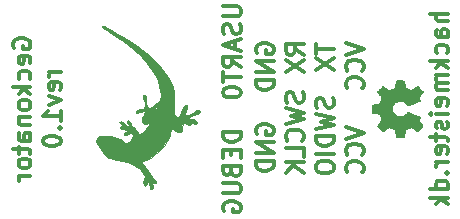
<source format=gbo>
G04 #@! TF.FileFunction,Legend,Bot*
%FSLAX46Y46*%
G04 Gerber Fmt 4.6, Leading zero omitted, Abs format (unit mm)*
G04 Created by KiCad (PCBNEW (2016-05-05 BZR 6775)-product) date Monday, 13 February 2017 'pmt' 19:42:56*
%MOMM*%
%LPD*%
G01*
G04 APERTURE LIST*
%ADD10C,0.100000*%
%ADD11C,0.300000*%
%ADD12C,0.010000*%
G04 APERTURE END LIST*
D10*
D11*
X113350571Y-71464285D02*
X111850571Y-71464285D01*
X113350571Y-72107142D02*
X112564857Y-72107142D01*
X112422000Y-72035714D01*
X112350571Y-71892857D01*
X112350571Y-71678571D01*
X112422000Y-71535714D01*
X112493428Y-71464285D01*
X113350571Y-73464285D02*
X112564857Y-73464285D01*
X112422000Y-73392857D01*
X112350571Y-73250000D01*
X112350571Y-72964285D01*
X112422000Y-72821428D01*
X113279142Y-73464285D02*
X113350571Y-73321428D01*
X113350571Y-72964285D01*
X113279142Y-72821428D01*
X113136285Y-72750000D01*
X112993428Y-72750000D01*
X112850571Y-72821428D01*
X112779142Y-72964285D01*
X112779142Y-73321428D01*
X112707714Y-73464285D01*
X113279142Y-74821428D02*
X113350571Y-74678571D01*
X113350571Y-74392857D01*
X113279142Y-74250000D01*
X113207714Y-74178571D01*
X113064857Y-74107142D01*
X112636285Y-74107142D01*
X112493428Y-74178571D01*
X112422000Y-74250000D01*
X112350571Y-74392857D01*
X112350571Y-74678571D01*
X112422000Y-74821428D01*
X113350571Y-75464285D02*
X111850571Y-75464285D01*
X112779142Y-75607142D02*
X113350571Y-76035714D01*
X112350571Y-76035714D02*
X112922000Y-75464285D01*
X113350571Y-76678571D02*
X112350571Y-76678571D01*
X112493428Y-76678571D02*
X112422000Y-76750000D01*
X112350571Y-76892857D01*
X112350571Y-77107142D01*
X112422000Y-77250000D01*
X112564857Y-77321428D01*
X113350571Y-77321428D01*
X112564857Y-77321428D02*
X112422000Y-77392857D01*
X112350571Y-77535714D01*
X112350571Y-77750000D01*
X112422000Y-77892857D01*
X112564857Y-77964285D01*
X113350571Y-77964285D01*
X113279142Y-79250000D02*
X113350571Y-79107142D01*
X113350571Y-78821428D01*
X113279142Y-78678571D01*
X113136285Y-78607142D01*
X112564857Y-78607142D01*
X112422000Y-78678571D01*
X112350571Y-78821428D01*
X112350571Y-79107142D01*
X112422000Y-79250000D01*
X112564857Y-79321428D01*
X112707714Y-79321428D01*
X112850571Y-78607142D01*
X113350571Y-79964285D02*
X112350571Y-79964285D01*
X111850571Y-79964285D02*
X111922000Y-79892857D01*
X111993428Y-79964285D01*
X111922000Y-80035714D01*
X111850571Y-79964285D01*
X111993428Y-79964285D01*
X113279142Y-80607142D02*
X113350571Y-80749999D01*
X113350571Y-81035714D01*
X113279142Y-81178571D01*
X113136285Y-81250000D01*
X113064857Y-81250000D01*
X112922000Y-81178571D01*
X112850571Y-81035714D01*
X112850571Y-80821428D01*
X112779142Y-80678571D01*
X112636285Y-80607142D01*
X112564857Y-80607142D01*
X112422000Y-80678571D01*
X112350571Y-80821428D01*
X112350571Y-81035714D01*
X112422000Y-81178571D01*
X112350571Y-81678571D02*
X112350571Y-82250000D01*
X111850571Y-81892857D02*
X113136285Y-81892857D01*
X113279142Y-81964285D01*
X113350571Y-82107142D01*
X113350571Y-82250000D01*
X113279142Y-83321428D02*
X113350571Y-83178571D01*
X113350571Y-82892857D01*
X113279142Y-82750000D01*
X113136285Y-82678571D01*
X112564857Y-82678571D01*
X112422000Y-82750000D01*
X112350571Y-82892857D01*
X112350571Y-83178571D01*
X112422000Y-83321428D01*
X112564857Y-83392857D01*
X112707714Y-83392857D01*
X112850571Y-82678571D01*
X113350571Y-84035714D02*
X112350571Y-84035714D01*
X112636285Y-84035714D02*
X112493428Y-84107142D01*
X112422000Y-84178571D01*
X112350571Y-84321428D01*
X112350571Y-84464285D01*
X113207714Y-84964285D02*
X113279142Y-85035714D01*
X113350571Y-84964285D01*
X113279142Y-84892857D01*
X113207714Y-84964285D01*
X113350571Y-84964285D01*
X113350571Y-86321428D02*
X111850571Y-86321428D01*
X113279142Y-86321428D02*
X113350571Y-86178571D01*
X113350571Y-85892857D01*
X113279142Y-85749999D01*
X113207714Y-85678571D01*
X113064857Y-85607142D01*
X112636285Y-85607142D01*
X112493428Y-85678571D01*
X112422000Y-85749999D01*
X112350571Y-85892857D01*
X112350571Y-86178571D01*
X112422000Y-86321428D01*
X113350571Y-87035714D02*
X111850571Y-87035714D01*
X112779142Y-87178571D02*
X113350571Y-87607142D01*
X112350571Y-87607142D02*
X112922000Y-87035714D01*
X76611000Y-74392857D02*
X76539571Y-74250000D01*
X76539571Y-74035714D01*
X76611000Y-73821428D01*
X76753857Y-73678571D01*
X76896714Y-73607142D01*
X77182428Y-73535714D01*
X77396714Y-73535714D01*
X77682428Y-73607142D01*
X77825285Y-73678571D01*
X77968142Y-73821428D01*
X78039571Y-74035714D01*
X78039571Y-74178571D01*
X77968142Y-74392857D01*
X77896714Y-74464285D01*
X77396714Y-74464285D01*
X77396714Y-74178571D01*
X77968142Y-75678571D02*
X78039571Y-75535714D01*
X78039571Y-75250000D01*
X77968142Y-75107142D01*
X77825285Y-75035714D01*
X77253857Y-75035714D01*
X77111000Y-75107142D01*
X77039571Y-75250000D01*
X77039571Y-75535714D01*
X77111000Y-75678571D01*
X77253857Y-75750000D01*
X77396714Y-75750000D01*
X77539571Y-75035714D01*
X77968142Y-77035714D02*
X78039571Y-76892857D01*
X78039571Y-76607142D01*
X77968142Y-76464285D01*
X77896714Y-76392857D01*
X77753857Y-76321428D01*
X77325285Y-76321428D01*
X77182428Y-76392857D01*
X77111000Y-76464285D01*
X77039571Y-76607142D01*
X77039571Y-76892857D01*
X77111000Y-77035714D01*
X78039571Y-77678571D02*
X76539571Y-77678571D01*
X77468142Y-77821428D02*
X78039571Y-78250000D01*
X77039571Y-78250000D02*
X77611000Y-77678571D01*
X78039571Y-79107142D02*
X77968142Y-78964285D01*
X77896714Y-78892857D01*
X77753857Y-78821428D01*
X77325285Y-78821428D01*
X77182428Y-78892857D01*
X77111000Y-78964285D01*
X77039571Y-79107142D01*
X77039571Y-79321428D01*
X77111000Y-79464285D01*
X77182428Y-79535714D01*
X77325285Y-79607142D01*
X77753857Y-79607142D01*
X77896714Y-79535714D01*
X77968142Y-79464285D01*
X78039571Y-79321428D01*
X78039571Y-79107142D01*
X77039571Y-80250000D02*
X78039571Y-80250000D01*
X77182428Y-80250000D02*
X77111000Y-80321428D01*
X77039571Y-80464285D01*
X77039571Y-80678571D01*
X77111000Y-80821428D01*
X77253857Y-80892857D01*
X78039571Y-80892857D01*
X78039571Y-82250000D02*
X77253857Y-82250000D01*
X77111000Y-82178571D01*
X77039571Y-82035714D01*
X77039571Y-81750000D01*
X77111000Y-81607142D01*
X77968142Y-82250000D02*
X78039571Y-82107142D01*
X78039571Y-81750000D01*
X77968142Y-81607142D01*
X77825285Y-81535714D01*
X77682428Y-81535714D01*
X77539571Y-81607142D01*
X77468142Y-81750000D01*
X77468142Y-82107142D01*
X77396714Y-82250000D01*
X77039571Y-82750000D02*
X77039571Y-83321428D01*
X76539571Y-82964285D02*
X77825285Y-82964285D01*
X77968142Y-83035714D01*
X78039571Y-83178571D01*
X78039571Y-83321428D01*
X78039571Y-84035714D02*
X77968142Y-83892857D01*
X77896714Y-83821428D01*
X77753857Y-83750000D01*
X77325285Y-83750000D01*
X77182428Y-83821428D01*
X77111000Y-83892857D01*
X77039571Y-84035714D01*
X77039571Y-84250000D01*
X77111000Y-84392857D01*
X77182428Y-84464285D01*
X77325285Y-84535714D01*
X77753857Y-84535714D01*
X77896714Y-84464285D01*
X77968142Y-84392857D01*
X78039571Y-84250000D01*
X78039571Y-84035714D01*
X78039571Y-85178571D02*
X77039571Y-85178571D01*
X77325285Y-85178571D02*
X77182428Y-85250000D01*
X77111000Y-85321428D01*
X77039571Y-85464285D01*
X77039571Y-85607142D01*
X80589571Y-76392857D02*
X79589571Y-76392857D01*
X79875285Y-76392857D02*
X79732428Y-76464285D01*
X79661000Y-76535714D01*
X79589571Y-76678571D01*
X79589571Y-76821428D01*
X80518142Y-77892857D02*
X80589571Y-77750000D01*
X80589571Y-77464285D01*
X80518142Y-77321428D01*
X80375285Y-77250000D01*
X79803857Y-77250000D01*
X79661000Y-77321428D01*
X79589571Y-77464285D01*
X79589571Y-77750000D01*
X79661000Y-77892857D01*
X79803857Y-77964285D01*
X79946714Y-77964285D01*
X80089571Y-77250000D01*
X79589571Y-78464285D02*
X80589571Y-78821428D01*
X79589571Y-79178571D01*
X80589571Y-80535714D02*
X80589571Y-79678571D01*
X80589571Y-80107142D02*
X79089571Y-80107142D01*
X79303857Y-79964285D01*
X79446714Y-79821428D01*
X79518142Y-79678571D01*
X80446714Y-81178571D02*
X80518142Y-81250000D01*
X80589571Y-81178571D01*
X80518142Y-81107142D01*
X80446714Y-81178571D01*
X80589571Y-81178571D01*
X79089571Y-82178571D02*
X79089571Y-82321428D01*
X79161000Y-82464285D01*
X79232428Y-82535714D01*
X79375285Y-82607142D01*
X79661000Y-82678571D01*
X80018142Y-82678571D01*
X80303857Y-82607142D01*
X80446714Y-82535714D01*
X80518142Y-82464285D01*
X80589571Y-82321428D01*
X80589571Y-82178571D01*
X80518142Y-82035714D01*
X80446714Y-81964285D01*
X80303857Y-81892857D01*
X80018142Y-81821428D01*
X79661000Y-81821428D01*
X79375285Y-81892857D01*
X79232428Y-81964285D01*
X79161000Y-82035714D01*
X79089571Y-82178571D01*
X94324571Y-70852571D02*
X95538857Y-70852571D01*
X95681714Y-70924000D01*
X95753142Y-70995428D01*
X95824571Y-71138285D01*
X95824571Y-71424000D01*
X95753142Y-71566857D01*
X95681714Y-71638285D01*
X95538857Y-71709714D01*
X94324571Y-71709714D01*
X95753142Y-72352571D02*
X95824571Y-72566857D01*
X95824571Y-72924000D01*
X95753142Y-73066857D01*
X95681714Y-73138285D01*
X95538857Y-73209714D01*
X95396000Y-73209714D01*
X95253142Y-73138285D01*
X95181714Y-73066857D01*
X95110285Y-72924000D01*
X95038857Y-72638285D01*
X94967428Y-72495428D01*
X94896000Y-72424000D01*
X94753142Y-72352571D01*
X94610285Y-72352571D01*
X94467428Y-72424000D01*
X94396000Y-72495428D01*
X94324571Y-72638285D01*
X94324571Y-72995428D01*
X94396000Y-73209714D01*
X95396000Y-73781142D02*
X95396000Y-74495428D01*
X95824571Y-73638285D02*
X94324571Y-74138285D01*
X95824571Y-74638285D01*
X95824571Y-75995428D02*
X95110285Y-75495428D01*
X95824571Y-75138285D02*
X94324571Y-75138285D01*
X94324571Y-75709714D01*
X94396000Y-75852571D01*
X94467428Y-75924000D01*
X94610285Y-75995428D01*
X94824571Y-75995428D01*
X94967428Y-75924000D01*
X95038857Y-75852571D01*
X95110285Y-75709714D01*
X95110285Y-75138285D01*
X94324571Y-76424000D02*
X94324571Y-77281142D01*
X95824571Y-76852571D02*
X94324571Y-76852571D01*
X94324571Y-78066857D02*
X94324571Y-78209714D01*
X94396000Y-78352571D01*
X94467428Y-78424000D01*
X94610285Y-78495428D01*
X94896000Y-78566857D01*
X95253142Y-78566857D01*
X95538857Y-78495428D01*
X95681714Y-78424000D01*
X95753142Y-78352571D01*
X95824571Y-78209714D01*
X95824571Y-78066857D01*
X95753142Y-77924000D01*
X95681714Y-77852571D01*
X95538857Y-77781142D01*
X95253142Y-77709714D01*
X94896000Y-77709714D01*
X94610285Y-77781142D01*
X94467428Y-77852571D01*
X94396000Y-77924000D01*
X94324571Y-78066857D01*
X95824571Y-81476857D02*
X94324571Y-81476857D01*
X94324571Y-81834000D01*
X94396000Y-82048285D01*
X94538857Y-82191142D01*
X94681714Y-82262571D01*
X94967428Y-82334000D01*
X95181714Y-82334000D01*
X95467428Y-82262571D01*
X95610285Y-82191142D01*
X95753142Y-82048285D01*
X95824571Y-81834000D01*
X95824571Y-81476857D01*
X95038857Y-82976857D02*
X95038857Y-83476857D01*
X95824571Y-83691142D02*
X95824571Y-82976857D01*
X94324571Y-82976857D01*
X94324571Y-83691142D01*
X95038857Y-84834000D02*
X95110285Y-85048285D01*
X95181714Y-85119714D01*
X95324571Y-85191142D01*
X95538857Y-85191142D01*
X95681714Y-85119714D01*
X95753142Y-85048285D01*
X95824571Y-84905428D01*
X95824571Y-84334000D01*
X94324571Y-84334000D01*
X94324571Y-84834000D01*
X94396000Y-84976857D01*
X94467428Y-85048285D01*
X94610285Y-85119714D01*
X94753142Y-85119714D01*
X94896000Y-85048285D01*
X94967428Y-84976857D01*
X95038857Y-84834000D01*
X95038857Y-84334000D01*
X94324571Y-85834000D02*
X95538857Y-85834000D01*
X95681714Y-85905428D01*
X95753142Y-85976857D01*
X95824571Y-86119714D01*
X95824571Y-86405428D01*
X95753142Y-86548285D01*
X95681714Y-86619714D01*
X95538857Y-86691142D01*
X94324571Y-86691142D01*
X94396000Y-88191142D02*
X94324571Y-88048285D01*
X94324571Y-87834000D01*
X94396000Y-87619714D01*
X94538857Y-87476857D01*
X94681714Y-87405428D01*
X94967428Y-87334000D01*
X95181714Y-87334000D01*
X95467428Y-87405428D01*
X95610285Y-87476857D01*
X95753142Y-87619714D01*
X95824571Y-87834000D01*
X95824571Y-87976857D01*
X95753142Y-88191142D01*
X95681714Y-88262571D01*
X95181714Y-88262571D01*
X95181714Y-87976857D01*
X101158571Y-74932000D02*
X100444285Y-74432000D01*
X101158571Y-74074857D02*
X99658571Y-74074857D01*
X99658571Y-74646285D01*
X99730000Y-74789142D01*
X99801428Y-74860571D01*
X99944285Y-74932000D01*
X100158571Y-74932000D01*
X100301428Y-74860571D01*
X100372857Y-74789142D01*
X100444285Y-74646285D01*
X100444285Y-74074857D01*
X99658571Y-75432000D02*
X101158571Y-76432000D01*
X99658571Y-76432000D02*
X101158571Y-75432000D01*
X102198571Y-74039142D02*
X102198571Y-74896285D01*
X103698571Y-74467714D02*
X102198571Y-74467714D01*
X102198571Y-75253428D02*
X103698571Y-76253428D01*
X102198571Y-76253428D02*
X103698571Y-75253428D01*
X101087142Y-78139142D02*
X101158571Y-78353428D01*
X101158571Y-78710571D01*
X101087142Y-78853428D01*
X101015714Y-78924857D01*
X100872857Y-78996285D01*
X100730000Y-78996285D01*
X100587142Y-78924857D01*
X100515714Y-78853428D01*
X100444285Y-78710571D01*
X100372857Y-78424857D01*
X100301428Y-78282000D01*
X100230000Y-78210571D01*
X100087142Y-78139142D01*
X99944285Y-78139142D01*
X99801428Y-78210571D01*
X99730000Y-78282000D01*
X99658571Y-78424857D01*
X99658571Y-78782000D01*
X99730000Y-78996285D01*
X99658571Y-79496285D02*
X101158571Y-79853428D01*
X100087142Y-80139142D01*
X101158571Y-80424857D01*
X99658571Y-80782000D01*
X101015714Y-82210571D02*
X101087142Y-82139142D01*
X101158571Y-81924857D01*
X101158571Y-81782000D01*
X101087142Y-81567714D01*
X100944285Y-81424857D01*
X100801428Y-81353428D01*
X100515714Y-81282000D01*
X100301428Y-81282000D01*
X100015714Y-81353428D01*
X99872857Y-81424857D01*
X99730000Y-81567714D01*
X99658571Y-81782000D01*
X99658571Y-81924857D01*
X99730000Y-82139142D01*
X99801428Y-82210571D01*
X101158571Y-83567714D02*
X101158571Y-82853428D01*
X99658571Y-82853428D01*
X101158571Y-84067714D02*
X99658571Y-84067714D01*
X101158571Y-84924857D02*
X100301428Y-84282000D01*
X99658571Y-84924857D02*
X100515714Y-84067714D01*
X103627142Y-78607428D02*
X103698571Y-78821714D01*
X103698571Y-79178857D01*
X103627142Y-79321714D01*
X103555714Y-79393142D01*
X103412857Y-79464571D01*
X103270000Y-79464571D01*
X103127142Y-79393142D01*
X103055714Y-79321714D01*
X102984285Y-79178857D01*
X102912857Y-78893142D01*
X102841428Y-78750285D01*
X102770000Y-78678857D01*
X102627142Y-78607428D01*
X102484285Y-78607428D01*
X102341428Y-78678857D01*
X102270000Y-78750285D01*
X102198571Y-78893142D01*
X102198571Y-79250285D01*
X102270000Y-79464571D01*
X102198571Y-79964571D02*
X103698571Y-80321714D01*
X102627142Y-80607428D01*
X103698571Y-80893142D01*
X102198571Y-81250285D01*
X103698571Y-81821714D02*
X102198571Y-81821714D01*
X102198571Y-82178857D01*
X102270000Y-82393142D01*
X102412857Y-82536000D01*
X102555714Y-82607428D01*
X102841428Y-82678857D01*
X103055714Y-82678857D01*
X103341428Y-82607428D01*
X103484285Y-82536000D01*
X103627142Y-82393142D01*
X103698571Y-82178857D01*
X103698571Y-81821714D01*
X103698571Y-83321714D02*
X102198571Y-83321714D01*
X102198571Y-84321714D02*
X102198571Y-84607428D01*
X102270000Y-84750285D01*
X102412857Y-84893142D01*
X102698571Y-84964571D01*
X103198571Y-84964571D01*
X103484285Y-84893142D01*
X103627142Y-84750285D01*
X103698571Y-84607428D01*
X103698571Y-84321714D01*
X103627142Y-84178857D01*
X103484285Y-84036000D01*
X103198571Y-83964571D01*
X102698571Y-83964571D01*
X102412857Y-84036000D01*
X102270000Y-84178857D01*
X102198571Y-84321714D01*
X104738571Y-73944000D02*
X106238571Y-74444000D01*
X104738571Y-74944000D01*
X106095714Y-76301142D02*
X106167142Y-76229714D01*
X106238571Y-76015428D01*
X106238571Y-75872571D01*
X106167142Y-75658285D01*
X106024285Y-75515428D01*
X105881428Y-75444000D01*
X105595714Y-75372571D01*
X105381428Y-75372571D01*
X105095714Y-75444000D01*
X104952857Y-75515428D01*
X104810000Y-75658285D01*
X104738571Y-75872571D01*
X104738571Y-76015428D01*
X104810000Y-76229714D01*
X104881428Y-76301142D01*
X106095714Y-77801142D02*
X106167142Y-77729714D01*
X106238571Y-77515428D01*
X106238571Y-77372571D01*
X106167142Y-77158285D01*
X106024285Y-77015428D01*
X105881428Y-76944000D01*
X105595714Y-76872571D01*
X105381428Y-76872571D01*
X105095714Y-76944000D01*
X104952857Y-77015428D01*
X104810000Y-77158285D01*
X104738571Y-77372571D01*
X104738571Y-77515428D01*
X104810000Y-77729714D01*
X104881428Y-77801142D01*
X97190000Y-74801142D02*
X97118571Y-74658285D01*
X97118571Y-74444000D01*
X97190000Y-74229714D01*
X97332857Y-74086857D01*
X97475714Y-74015428D01*
X97761428Y-73944000D01*
X97975714Y-73944000D01*
X98261428Y-74015428D01*
X98404285Y-74086857D01*
X98547142Y-74229714D01*
X98618571Y-74444000D01*
X98618571Y-74586857D01*
X98547142Y-74801142D01*
X98475714Y-74872571D01*
X97975714Y-74872571D01*
X97975714Y-74586857D01*
X98618571Y-75515428D02*
X97118571Y-75515428D01*
X98618571Y-76372571D01*
X97118571Y-76372571D01*
X98618571Y-77086857D02*
X97118571Y-77086857D01*
X97118571Y-77444000D01*
X97190000Y-77658285D01*
X97332857Y-77801142D01*
X97475714Y-77872571D01*
X97761428Y-77944000D01*
X97975714Y-77944000D01*
X98261428Y-77872571D01*
X98404285Y-77801142D01*
X98547142Y-77658285D01*
X98618571Y-77444000D01*
X98618571Y-77086857D01*
X104738571Y-81056000D02*
X106238571Y-81556000D01*
X104738571Y-82056000D01*
X106095714Y-83413142D02*
X106167142Y-83341714D01*
X106238571Y-83127428D01*
X106238571Y-82984571D01*
X106167142Y-82770285D01*
X106024285Y-82627428D01*
X105881428Y-82556000D01*
X105595714Y-82484571D01*
X105381428Y-82484571D01*
X105095714Y-82556000D01*
X104952857Y-82627428D01*
X104810000Y-82770285D01*
X104738571Y-82984571D01*
X104738571Y-83127428D01*
X104810000Y-83341714D01*
X104881428Y-83413142D01*
X106095714Y-84913142D02*
X106167142Y-84841714D01*
X106238571Y-84627428D01*
X106238571Y-84484571D01*
X106167142Y-84270285D01*
X106024285Y-84127428D01*
X105881428Y-84056000D01*
X105595714Y-83984571D01*
X105381428Y-83984571D01*
X105095714Y-84056000D01*
X104952857Y-84127428D01*
X104810000Y-84270285D01*
X104738571Y-84484571D01*
X104738571Y-84627428D01*
X104810000Y-84841714D01*
X104881428Y-84913142D01*
X97190000Y-81659142D02*
X97118571Y-81516285D01*
X97118571Y-81302000D01*
X97190000Y-81087714D01*
X97332857Y-80944857D01*
X97475714Y-80873428D01*
X97761428Y-80802000D01*
X97975714Y-80802000D01*
X98261428Y-80873428D01*
X98404285Y-80944857D01*
X98547142Y-81087714D01*
X98618571Y-81302000D01*
X98618571Y-81444857D01*
X98547142Y-81659142D01*
X98475714Y-81730571D01*
X97975714Y-81730571D01*
X97975714Y-81444857D01*
X98618571Y-82373428D02*
X97118571Y-82373428D01*
X98618571Y-83230571D01*
X97118571Y-83230571D01*
X98618571Y-83944857D02*
X97118571Y-83944857D01*
X97118571Y-84302000D01*
X97190000Y-84516285D01*
X97332857Y-84659142D01*
X97475714Y-84730571D01*
X97761428Y-84802000D01*
X97975714Y-84802000D01*
X98261428Y-84730571D01*
X98404285Y-84659142D01*
X98547142Y-84516285D01*
X98618571Y-84302000D01*
X98618571Y-83944857D01*
D12*
G36*
X83630293Y-82360694D02*
X83740746Y-82584505D01*
X83900218Y-82842278D01*
X84088566Y-83105847D01*
X84285651Y-83347042D01*
X84471329Y-83537693D01*
X84625460Y-83649633D01*
X84626616Y-83650185D01*
X84796020Y-83709658D01*
X85039388Y-83770273D01*
X85304470Y-83819043D01*
X85308243Y-83819603D01*
X85904014Y-83943308D01*
X86446663Y-84126214D01*
X86920065Y-84359654D01*
X87308092Y-84634959D01*
X87594618Y-84943460D01*
X87691220Y-85100512D01*
X87751993Y-85238762D01*
X87745464Y-85326174D01*
X87691395Y-85398156D01*
X87632643Y-85522960D01*
X87608743Y-85696237D01*
X87619043Y-85869530D01*
X87662894Y-85994384D01*
X87699805Y-86024445D01*
X87777359Y-85991236D01*
X87877959Y-85876746D01*
X87914052Y-85820557D01*
X88003707Y-85686697D01*
X88068578Y-85622243D01*
X88081725Y-85622558D01*
X88100219Y-85700243D01*
X88108570Y-85857197D01*
X88108229Y-85927396D01*
X88125439Y-86180245D01*
X88188442Y-86319900D01*
X88295724Y-86343334D01*
X88313341Y-86337495D01*
X88399679Y-86245939D01*
X88394109Y-86085304D01*
X88319750Y-85913500D01*
X88249789Y-85735943D01*
X88226987Y-85596000D01*
X88230147Y-85500675D01*
X88255533Y-85498336D01*
X88321702Y-85596120D01*
X88350804Y-85643625D01*
X88456032Y-85777967D01*
X88555964Y-85847386D01*
X88572816Y-85850000D01*
X88655409Y-85808021D01*
X88660161Y-85703506D01*
X88593889Y-85568585D01*
X88489213Y-85456009D01*
X88365760Y-85320588D01*
X88221279Y-85116724D01*
X88099295Y-84910481D01*
X87943930Y-84660013D01*
X87756258Y-84414248D01*
X87613750Y-84262366D01*
X87480352Y-84129310D01*
X87409136Y-84037396D01*
X87411656Y-84008500D01*
X87558607Y-83972828D01*
X87778853Y-83876592D01*
X88044489Y-83735961D01*
X88327612Y-83567104D01*
X88600318Y-83386190D01*
X88834702Y-83209389D01*
X88923606Y-83132387D01*
X89332188Y-82697404D01*
X89628945Y-82240335D01*
X89829032Y-81736742D01*
X89860521Y-81621475D01*
X89973850Y-81175215D01*
X90219866Y-81353607D01*
X90456926Y-81488597D01*
X90655129Y-81528043D01*
X90797131Y-81469044D01*
X90811648Y-81452625D01*
X90858481Y-81342866D01*
X90899456Y-81164849D01*
X90908965Y-81100884D01*
X90957106Y-80853781D01*
X91029237Y-80724657D01*
X91134670Y-80705344D01*
X91273712Y-80780937D01*
X91435229Y-80866161D01*
X91560545Y-80873155D01*
X91628219Y-80835100D01*
X91622822Y-80772713D01*
X91557970Y-80665410D01*
X91448681Y-80498615D01*
X91668209Y-80666057D01*
X91881626Y-80797337D01*
X92039074Y-80825917D01*
X92133211Y-80750683D01*
X92138847Y-80737441D01*
X92133474Y-80603016D01*
X92013288Y-80495690D01*
X91789157Y-80424278D01*
X91743557Y-80416652D01*
X91575247Y-80379894D01*
X91475122Y-80335782D01*
X91463000Y-80317356D01*
X91515550Y-80243006D01*
X91644053Y-80151106D01*
X91804787Y-80066613D01*
X91954031Y-80014487D01*
X92004495Y-80008237D01*
X92140200Y-79976065D01*
X92285677Y-79900035D01*
X92391458Y-79810248D01*
X92415500Y-79758174D01*
X92372310Y-79677979D01*
X92324811Y-79630785D01*
X92203153Y-79603806D01*
X92036369Y-79653678D01*
X91865480Y-79763938D01*
X91780500Y-79849250D01*
X91627622Y-79982975D01*
X91455552Y-80061197D01*
X91292669Y-80083219D01*
X91167354Y-80048342D01*
X91107986Y-79955869D01*
X91117892Y-79865539D01*
X91193064Y-79691818D01*
X91249303Y-79596995D01*
X91321423Y-79432888D01*
X91327150Y-79275894D01*
X91266760Y-79172147D01*
X91246716Y-79161826D01*
X91130669Y-79177252D01*
X91021981Y-79293860D01*
X90938841Y-79486296D01*
X90907884Y-79634172D01*
X90821119Y-79909495D01*
X90666920Y-80109813D01*
X90462308Y-80314425D01*
X90306071Y-80075793D01*
X90224086Y-79938559D01*
X90183494Y-79817442D01*
X90177664Y-79667691D01*
X90199966Y-79444558D01*
X90205747Y-79398706D01*
X90235279Y-78736640D01*
X90160187Y-78081556D01*
X89985427Y-77465865D01*
X89869219Y-77197163D01*
X89672095Y-76823468D01*
X89456239Y-76481598D01*
X89201153Y-76144511D01*
X88886340Y-75785162D01*
X88491303Y-75376509D01*
X88482994Y-75368198D01*
X88112137Y-75009762D01*
X87766467Y-74706390D01*
X87404336Y-74424297D01*
X86984099Y-74129699D01*
X86827500Y-74025254D01*
X86505590Y-73817866D01*
X86148756Y-73596920D01*
X85774743Y-73372467D01*
X85401295Y-73154561D01*
X85046157Y-72953254D01*
X84727074Y-72778597D01*
X84461788Y-72640642D01*
X84268046Y-72549443D01*
X84163592Y-72515051D01*
X84161555Y-72515000D01*
X84109732Y-72526914D01*
X84118702Y-72567721D01*
X84197623Y-72645013D01*
X84355653Y-72766384D01*
X84601946Y-72939427D01*
X84945661Y-73171736D01*
X84986000Y-73198690D01*
X85867895Y-73817211D01*
X86631526Y-74417773D01*
X87283228Y-75006981D01*
X87829338Y-75591441D01*
X88276192Y-76177762D01*
X88630127Y-76772548D01*
X88829557Y-77206237D01*
X88954307Y-77568486D01*
X89038531Y-77928629D01*
X89081431Y-78265427D01*
X89082204Y-78557641D01*
X89040051Y-78784031D01*
X88954171Y-78923358D01*
X88895397Y-78953534D01*
X88778379Y-79012481D01*
X88778379Y-79373000D01*
X88854848Y-79396093D01*
X88824583Y-79456400D01*
X88697300Y-79540460D01*
X88635182Y-79571344D01*
X88495909Y-79624783D01*
X88419809Y-79631091D01*
X88415000Y-79622570D01*
X88464946Y-79546757D01*
X88580439Y-79457097D01*
X88709953Y-79388974D01*
X88778379Y-79373000D01*
X88778379Y-79012481D01*
X88768251Y-79017583D01*
X88604747Y-79140160D01*
X88524853Y-79212584D01*
X88296785Y-79381934D01*
X88085714Y-79435223D01*
X87925939Y-79386049D01*
X87883089Y-79298033D01*
X87849507Y-79110520D01*
X87830689Y-78863820D01*
X87815793Y-78614034D01*
X87791249Y-78465235D01*
X87750220Y-78391442D01*
X87700432Y-78368855D01*
X87589719Y-78393258D01*
X87544666Y-78502039D01*
X87571177Y-78667513D01*
X87615453Y-78767233D01*
X87698515Y-79038035D01*
X87704804Y-79251067D01*
X87684750Y-79531750D01*
X87335500Y-79563500D01*
X87131153Y-79588879D01*
X87021707Y-79627399D01*
X86975076Y-79694220D01*
X86965958Y-79738125D01*
X86991001Y-79851039D01*
X87102651Y-79881179D01*
X87290123Y-79827280D01*
X87375866Y-79786141D01*
X87587579Y-79701426D01*
X87712540Y-79707244D01*
X87745007Y-79797417D01*
X87679235Y-79965768D01*
X87624302Y-80053366D01*
X87496048Y-80310218D01*
X87471294Y-80539600D01*
X87551671Y-80722059D01*
X87566878Y-80738307D01*
X87679078Y-80803994D01*
X87836212Y-80800875D01*
X88068723Y-80728321D01*
X88069682Y-80727954D01*
X88135719Y-80710491D01*
X88137228Y-80749232D01*
X88072731Y-80868275D01*
X88059706Y-80890421D01*
X87946756Y-81055157D01*
X87793773Y-81244496D01*
X87625395Y-81432008D01*
X87466257Y-81591268D01*
X87340995Y-81695847D01*
X87284020Y-81722500D01*
X87214719Y-81670958D01*
X87114333Y-81537793D01*
X87033856Y-81403745D01*
X86897941Y-81197541D01*
X86766148Y-81070784D01*
X86716375Y-81047611D01*
X86604851Y-80978506D01*
X86573500Y-80904245D01*
X86534119Y-80759899D01*
X86440414Y-80617751D01*
X86329042Y-80526985D01*
X86284149Y-80516000D01*
X86207343Y-80561347D01*
X86202338Y-80671484D01*
X86267541Y-80807552D01*
X86297591Y-80844374D01*
X86359447Y-80936897D01*
X86334827Y-80969225D01*
X86246103Y-80946596D01*
X86115645Y-80874249D01*
X85979951Y-80770000D01*
X85804925Y-80641416D01*
X85664689Y-80584173D01*
X85580307Y-80602685D01*
X85568718Y-80683818D01*
X85602982Y-80765147D01*
X85688466Y-80834545D01*
X85854921Y-80913194D01*
X85938500Y-80947099D01*
X86032998Y-80988305D01*
X86022449Y-81003699D01*
X85896553Y-81002057D01*
X85875000Y-81001204D01*
X85722866Y-81008110D01*
X85660936Y-81057826D01*
X85652750Y-81119250D01*
X85673103Y-81198846D01*
X85754892Y-81242039D01*
X85929209Y-81263915D01*
X85954375Y-81265604D01*
X86130241Y-81283499D01*
X86238943Y-81307292D01*
X86256000Y-81319965D01*
X86211366Y-81379348D01*
X86103346Y-81475024D01*
X86097250Y-81479844D01*
X85965908Y-81610553D01*
X85953390Y-81705900D01*
X86036980Y-81764276D01*
X86151783Y-81750408D01*
X86284989Y-81661593D01*
X86446722Y-81570686D01*
X86588541Y-81593377D01*
X86680931Y-81716628D01*
X86700499Y-81845156D01*
X86652456Y-81996599D01*
X86532475Y-82166730D01*
X86376787Y-82317016D01*
X86221617Y-82408927D01*
X86159089Y-82421000D01*
X86060206Y-82384534D01*
X85903619Y-82290648D01*
X85781719Y-82203546D01*
X85587999Y-82077323D01*
X85366557Y-81981697D01*
X85091382Y-81909512D01*
X84736463Y-81853610D01*
X84370108Y-81815120D01*
X84129041Y-81796624D01*
X83976478Y-81799930D01*
X83874747Y-81832378D01*
X83786178Y-81901307D01*
X83750983Y-81935743D01*
X83642152Y-82071004D01*
X83589822Y-82187988D01*
X83589000Y-82199017D01*
X83630293Y-82360694D01*
X83630293Y-82360694D01*
G37*
X83630293Y-82360694D02*
X83740746Y-82584505D01*
X83900218Y-82842278D01*
X84088566Y-83105847D01*
X84285651Y-83347042D01*
X84471329Y-83537693D01*
X84625460Y-83649633D01*
X84626616Y-83650185D01*
X84796020Y-83709658D01*
X85039388Y-83770273D01*
X85304470Y-83819043D01*
X85308243Y-83819603D01*
X85904014Y-83943308D01*
X86446663Y-84126214D01*
X86920065Y-84359654D01*
X87308092Y-84634959D01*
X87594618Y-84943460D01*
X87691220Y-85100512D01*
X87751993Y-85238762D01*
X87745464Y-85326174D01*
X87691395Y-85398156D01*
X87632643Y-85522960D01*
X87608743Y-85696237D01*
X87619043Y-85869530D01*
X87662894Y-85994384D01*
X87699805Y-86024445D01*
X87777359Y-85991236D01*
X87877959Y-85876746D01*
X87914052Y-85820557D01*
X88003707Y-85686697D01*
X88068578Y-85622243D01*
X88081725Y-85622558D01*
X88100219Y-85700243D01*
X88108570Y-85857197D01*
X88108229Y-85927396D01*
X88125439Y-86180245D01*
X88188442Y-86319900D01*
X88295724Y-86343334D01*
X88313341Y-86337495D01*
X88399679Y-86245939D01*
X88394109Y-86085304D01*
X88319750Y-85913500D01*
X88249789Y-85735943D01*
X88226987Y-85596000D01*
X88230147Y-85500675D01*
X88255533Y-85498336D01*
X88321702Y-85596120D01*
X88350804Y-85643625D01*
X88456032Y-85777967D01*
X88555964Y-85847386D01*
X88572816Y-85850000D01*
X88655409Y-85808021D01*
X88660161Y-85703506D01*
X88593889Y-85568585D01*
X88489213Y-85456009D01*
X88365760Y-85320588D01*
X88221279Y-85116724D01*
X88099295Y-84910481D01*
X87943930Y-84660013D01*
X87756258Y-84414248D01*
X87613750Y-84262366D01*
X87480352Y-84129310D01*
X87409136Y-84037396D01*
X87411656Y-84008500D01*
X87558607Y-83972828D01*
X87778853Y-83876592D01*
X88044489Y-83735961D01*
X88327612Y-83567104D01*
X88600318Y-83386190D01*
X88834702Y-83209389D01*
X88923606Y-83132387D01*
X89332188Y-82697404D01*
X89628945Y-82240335D01*
X89829032Y-81736742D01*
X89860521Y-81621475D01*
X89973850Y-81175215D01*
X90219866Y-81353607D01*
X90456926Y-81488597D01*
X90655129Y-81528043D01*
X90797131Y-81469044D01*
X90811648Y-81452625D01*
X90858481Y-81342866D01*
X90899456Y-81164849D01*
X90908965Y-81100884D01*
X90957106Y-80853781D01*
X91029237Y-80724657D01*
X91134670Y-80705344D01*
X91273712Y-80780937D01*
X91435229Y-80866161D01*
X91560545Y-80873155D01*
X91628219Y-80835100D01*
X91622822Y-80772713D01*
X91557970Y-80665410D01*
X91448681Y-80498615D01*
X91668209Y-80666057D01*
X91881626Y-80797337D01*
X92039074Y-80825917D01*
X92133211Y-80750683D01*
X92138847Y-80737441D01*
X92133474Y-80603016D01*
X92013288Y-80495690D01*
X91789157Y-80424278D01*
X91743557Y-80416652D01*
X91575247Y-80379894D01*
X91475122Y-80335782D01*
X91463000Y-80317356D01*
X91515550Y-80243006D01*
X91644053Y-80151106D01*
X91804787Y-80066613D01*
X91954031Y-80014487D01*
X92004495Y-80008237D01*
X92140200Y-79976065D01*
X92285677Y-79900035D01*
X92391458Y-79810248D01*
X92415500Y-79758174D01*
X92372310Y-79677979D01*
X92324811Y-79630785D01*
X92203153Y-79603806D01*
X92036369Y-79653678D01*
X91865480Y-79763938D01*
X91780500Y-79849250D01*
X91627622Y-79982975D01*
X91455552Y-80061197D01*
X91292669Y-80083219D01*
X91167354Y-80048342D01*
X91107986Y-79955869D01*
X91117892Y-79865539D01*
X91193064Y-79691818D01*
X91249303Y-79596995D01*
X91321423Y-79432888D01*
X91327150Y-79275894D01*
X91266760Y-79172147D01*
X91246716Y-79161826D01*
X91130669Y-79177252D01*
X91021981Y-79293860D01*
X90938841Y-79486296D01*
X90907884Y-79634172D01*
X90821119Y-79909495D01*
X90666920Y-80109813D01*
X90462308Y-80314425D01*
X90306071Y-80075793D01*
X90224086Y-79938559D01*
X90183494Y-79817442D01*
X90177664Y-79667691D01*
X90199966Y-79444558D01*
X90205747Y-79398706D01*
X90235279Y-78736640D01*
X90160187Y-78081556D01*
X89985427Y-77465865D01*
X89869219Y-77197163D01*
X89672095Y-76823468D01*
X89456239Y-76481598D01*
X89201153Y-76144511D01*
X88886340Y-75785162D01*
X88491303Y-75376509D01*
X88482994Y-75368198D01*
X88112137Y-75009762D01*
X87766467Y-74706390D01*
X87404336Y-74424297D01*
X86984099Y-74129699D01*
X86827500Y-74025254D01*
X86505590Y-73817866D01*
X86148756Y-73596920D01*
X85774743Y-73372467D01*
X85401295Y-73154561D01*
X85046157Y-72953254D01*
X84727074Y-72778597D01*
X84461788Y-72640642D01*
X84268046Y-72549443D01*
X84163592Y-72515051D01*
X84161555Y-72515000D01*
X84109732Y-72526914D01*
X84118702Y-72567721D01*
X84197623Y-72645013D01*
X84355653Y-72766384D01*
X84601946Y-72939427D01*
X84945661Y-73171736D01*
X84986000Y-73198690D01*
X85867895Y-73817211D01*
X86631526Y-74417773D01*
X87283228Y-75006981D01*
X87829338Y-75591441D01*
X88276192Y-76177762D01*
X88630127Y-76772548D01*
X88829557Y-77206237D01*
X88954307Y-77568486D01*
X89038531Y-77928629D01*
X89081431Y-78265427D01*
X89082204Y-78557641D01*
X89040051Y-78784031D01*
X88954171Y-78923358D01*
X88895397Y-78953534D01*
X88778379Y-79012481D01*
X88778379Y-79373000D01*
X88854848Y-79396093D01*
X88824583Y-79456400D01*
X88697300Y-79540460D01*
X88635182Y-79571344D01*
X88495909Y-79624783D01*
X88419809Y-79631091D01*
X88415000Y-79622570D01*
X88464946Y-79546757D01*
X88580439Y-79457097D01*
X88709953Y-79388974D01*
X88778379Y-79373000D01*
X88778379Y-79012481D01*
X88768251Y-79017583D01*
X88604747Y-79140160D01*
X88524853Y-79212584D01*
X88296785Y-79381934D01*
X88085714Y-79435223D01*
X87925939Y-79386049D01*
X87883089Y-79298033D01*
X87849507Y-79110520D01*
X87830689Y-78863820D01*
X87815793Y-78614034D01*
X87791249Y-78465235D01*
X87750220Y-78391442D01*
X87700432Y-78368855D01*
X87589719Y-78393258D01*
X87544666Y-78502039D01*
X87571177Y-78667513D01*
X87615453Y-78767233D01*
X87698515Y-79038035D01*
X87704804Y-79251067D01*
X87684750Y-79531750D01*
X87335500Y-79563500D01*
X87131153Y-79588879D01*
X87021707Y-79627399D01*
X86975076Y-79694220D01*
X86965958Y-79738125D01*
X86991001Y-79851039D01*
X87102651Y-79881179D01*
X87290123Y-79827280D01*
X87375866Y-79786141D01*
X87587579Y-79701426D01*
X87712540Y-79707244D01*
X87745007Y-79797417D01*
X87679235Y-79965768D01*
X87624302Y-80053366D01*
X87496048Y-80310218D01*
X87471294Y-80539600D01*
X87551671Y-80722059D01*
X87566878Y-80738307D01*
X87679078Y-80803994D01*
X87836212Y-80800875D01*
X88068723Y-80728321D01*
X88069682Y-80727954D01*
X88135719Y-80710491D01*
X88137228Y-80749232D01*
X88072731Y-80868275D01*
X88059706Y-80890421D01*
X87946756Y-81055157D01*
X87793773Y-81244496D01*
X87625395Y-81432008D01*
X87466257Y-81591268D01*
X87340995Y-81695847D01*
X87284020Y-81722500D01*
X87214719Y-81670958D01*
X87114333Y-81537793D01*
X87033856Y-81403745D01*
X86897941Y-81197541D01*
X86766148Y-81070784D01*
X86716375Y-81047611D01*
X86604851Y-80978506D01*
X86573500Y-80904245D01*
X86534119Y-80759899D01*
X86440414Y-80617751D01*
X86329042Y-80526985D01*
X86284149Y-80516000D01*
X86207343Y-80561347D01*
X86202338Y-80671484D01*
X86267541Y-80807552D01*
X86297591Y-80844374D01*
X86359447Y-80936897D01*
X86334827Y-80969225D01*
X86246103Y-80946596D01*
X86115645Y-80874249D01*
X85979951Y-80770000D01*
X85804925Y-80641416D01*
X85664689Y-80584173D01*
X85580307Y-80602685D01*
X85568718Y-80683818D01*
X85602982Y-80765147D01*
X85688466Y-80834545D01*
X85854921Y-80913194D01*
X85938500Y-80947099D01*
X86032998Y-80988305D01*
X86022449Y-81003699D01*
X85896553Y-81002057D01*
X85875000Y-81001204D01*
X85722866Y-81008110D01*
X85660936Y-81057826D01*
X85652750Y-81119250D01*
X85673103Y-81198846D01*
X85754892Y-81242039D01*
X85929209Y-81263915D01*
X85954375Y-81265604D01*
X86130241Y-81283499D01*
X86238943Y-81307292D01*
X86256000Y-81319965D01*
X86211366Y-81379348D01*
X86103346Y-81475024D01*
X86097250Y-81479844D01*
X85965908Y-81610553D01*
X85953390Y-81705900D01*
X86036980Y-81764276D01*
X86151783Y-81750408D01*
X86284989Y-81661593D01*
X86446722Y-81570686D01*
X86588541Y-81593377D01*
X86680931Y-81716628D01*
X86700499Y-81845156D01*
X86652456Y-81996599D01*
X86532475Y-82166730D01*
X86376787Y-82317016D01*
X86221617Y-82408927D01*
X86159089Y-82421000D01*
X86060206Y-82384534D01*
X85903619Y-82290648D01*
X85781719Y-82203546D01*
X85587999Y-82077323D01*
X85366557Y-81981697D01*
X85091382Y-81909512D01*
X84736463Y-81853610D01*
X84370108Y-81815120D01*
X84129041Y-81796624D01*
X83976478Y-81799930D01*
X83874747Y-81832378D01*
X83786178Y-81901307D01*
X83750983Y-81935743D01*
X83642152Y-82071004D01*
X83589822Y-82187988D01*
X83589000Y-82199017D01*
X83630293Y-82360694D01*
G36*
X106931645Y-79611434D02*
X106931956Y-79686793D01*
X106932800Y-79742845D01*
X106934438Y-79782638D01*
X106937138Y-79809217D01*
X106941162Y-79825630D01*
X106946776Y-79834924D01*
X106954244Y-79840145D01*
X106960175Y-79842779D01*
X106980608Y-79848476D01*
X107022063Y-79857787D01*
X107080551Y-79869897D01*
X107152082Y-79883990D01*
X107232666Y-79899253D01*
X107273982Y-79906863D01*
X107356769Y-79922263D01*
X107431735Y-79936763D01*
X107495068Y-79949583D01*
X107542956Y-79959938D01*
X107571587Y-79967047D01*
X107577541Y-79969168D01*
X107587010Y-79983098D01*
X107603841Y-80016094D01*
X107626087Y-80063589D01*
X107651796Y-80121018D01*
X107679021Y-80183814D01*
X107705813Y-80247411D01*
X107730222Y-80307244D01*
X107750299Y-80358745D01*
X107764096Y-80397350D01*
X107769663Y-80418492D01*
X107769694Y-80419335D01*
X107762754Y-80433315D01*
X107743297Y-80465159D01*
X107713280Y-80511855D01*
X107674659Y-80570396D01*
X107629393Y-80637771D01*
X107591894Y-80692820D01*
X107542906Y-80764862D01*
X107499089Y-80830329D01*
X107462398Y-80886217D01*
X107434787Y-80929519D01*
X107418213Y-80957230D01*
X107414200Y-80966006D01*
X107422956Y-80979604D01*
X107447200Y-81007576D01*
X107483889Y-81046921D01*
X107529982Y-81094637D01*
X107582439Y-81147723D01*
X107638219Y-81203177D01*
X107694280Y-81257999D01*
X107747583Y-81309186D01*
X107795085Y-81353739D01*
X107833746Y-81388655D01*
X107860526Y-81410932D01*
X107871858Y-81417700D01*
X107887985Y-81411874D01*
X107919928Y-81394027D01*
X107968543Y-81363601D01*
X108034685Y-81320038D01*
X108119210Y-81262781D01*
X108222974Y-81191274D01*
X108273734Y-81155996D01*
X108322351Y-81123255D01*
X108364643Y-81096832D01*
X108395585Y-81079741D01*
X108409125Y-81074800D01*
X108425290Y-81079603D01*
X108460162Y-81092737D01*
X108509203Y-81112286D01*
X108567877Y-81136336D01*
X108631649Y-81162972D01*
X108695981Y-81190279D01*
X108756338Y-81216341D01*
X108808184Y-81239245D01*
X108846982Y-81257076D01*
X108868196Y-81267917D01*
X108870487Y-81269553D01*
X108874589Y-81283390D01*
X108882540Y-81318662D01*
X108893611Y-81371820D01*
X108907074Y-81439314D01*
X108922202Y-81517597D01*
X108932195Y-81570506D01*
X108948066Y-81654519D01*
X108962730Y-81730703D01*
X108975447Y-81795334D01*
X108985478Y-81844685D01*
X108992084Y-81875030D01*
X108994102Y-81882579D01*
X109000295Y-81888157D01*
X109015865Y-81892479D01*
X109043498Y-81895690D01*
X109085879Y-81897933D01*
X109145695Y-81899353D01*
X109225632Y-81900094D01*
X109324295Y-81900299D01*
X109423636Y-81900181D01*
X109500513Y-81899695D01*
X109557858Y-81898643D01*
X109598607Y-81896827D01*
X109625695Y-81894051D01*
X109642055Y-81890115D01*
X109650622Y-81884824D01*
X109654302Y-81878075D01*
X109659413Y-81856063D01*
X109667457Y-81816100D01*
X109677034Y-81765258D01*
X109681321Y-81741550D01*
X109703681Y-81617801D01*
X109722531Y-81517073D01*
X109738335Y-81437298D01*
X109751557Y-81376409D01*
X109762661Y-81332339D01*
X109772110Y-81303020D01*
X109780369Y-81286385D01*
X109784416Y-81282009D01*
X109801233Y-81273299D01*
X109836782Y-81257362D01*
X109886589Y-81236022D01*
X109946178Y-81211098D01*
X110011074Y-81184411D01*
X110076802Y-81157782D01*
X110138887Y-81133034D01*
X110192853Y-81111985D01*
X110234224Y-81096458D01*
X110258527Y-81088274D01*
X110262526Y-81087464D01*
X110275384Y-81094376D01*
X110306038Y-81113738D01*
X110351412Y-81143520D01*
X110408432Y-81181690D01*
X110474026Y-81226219D01*
X110512520Y-81252600D01*
X110582370Y-81299945D01*
X110646297Y-81341988D01*
X110701018Y-81376672D01*
X110743248Y-81401942D01*
X110769704Y-81415740D01*
X110776169Y-81417700D01*
X110791936Y-81408866D01*
X110822928Y-81383770D01*
X110866828Y-81344515D01*
X110921319Y-81293210D01*
X110984083Y-81231957D01*
X111019408Y-81196686D01*
X111087797Y-81127690D01*
X111140081Y-81074215D01*
X111178192Y-81033900D01*
X111204064Y-81004384D01*
X111219629Y-80983305D01*
X111226821Y-80968303D01*
X111227572Y-80957016D01*
X111223817Y-80947084D01*
X111223792Y-80947038D01*
X111212148Y-80928193D01*
X111188462Y-80892068D01*
X111155149Y-80842264D01*
X111114622Y-80782386D01*
X111069298Y-80716038D01*
X111057583Y-80698983D01*
X111012504Y-80632693D01*
X110972798Y-80572898D01*
X110940603Y-80522937D01*
X110918060Y-80486146D01*
X110907307Y-80465865D01*
X110906700Y-80463542D01*
X110912249Y-80446001D01*
X110927191Y-80411705D01*
X110948967Y-80366310D01*
X110965109Y-80334429D01*
X110989833Y-80283464D01*
X111006544Y-80242639D01*
X111013470Y-80216612D01*
X111012392Y-80210212D01*
X110998253Y-80202727D01*
X110963593Y-80186899D01*
X110911395Y-80164015D01*
X110844639Y-80135363D01*
X110766309Y-80102229D01*
X110679387Y-80065901D01*
X110646007Y-80052058D01*
X110547870Y-80011417D01*
X110449258Y-79970535D01*
X110354881Y-79931366D01*
X110269449Y-79895866D01*
X110197672Y-79865992D01*
X110144257Y-79843698D01*
X110140713Y-79842215D01*
X110082660Y-79818446D01*
X110032240Y-79798801D01*
X109994498Y-79785174D01*
X109974478Y-79779463D01*
X109973553Y-79779400D01*
X109958435Y-79789106D01*
X109934030Y-79814784D01*
X109905138Y-79851272D01*
X109899699Y-79858775D01*
X109808135Y-79969563D01*
X109708688Y-80056364D01*
X109600707Y-80119538D01*
X109483542Y-80159446D01*
X109356541Y-80176450D01*
X109325550Y-80177160D01*
X109198535Y-80166578D01*
X109081836Y-80133408D01*
X108973388Y-80076826D01*
X108871131Y-79996010D01*
X108870453Y-79995377D01*
X108786505Y-79900425D01*
X108723843Y-79794542D01*
X108682597Y-79680851D01*
X108662895Y-79562475D01*
X108664866Y-79442536D01*
X108688638Y-79324157D01*
X108734340Y-79210460D01*
X108802101Y-79104569D01*
X108832260Y-79068580D01*
X108927468Y-78980196D01*
X109033542Y-78914755D01*
X109150071Y-78872439D01*
X109276645Y-78853431D01*
X109317869Y-78852300D01*
X109444752Y-78861355D01*
X109558511Y-78889459D01*
X109661790Y-78938017D01*
X109757228Y-79008438D01*
X109847470Y-79102126D01*
X109890913Y-79157388D01*
X109922539Y-79197429D01*
X109950426Y-79228054D01*
X109970061Y-79244477D01*
X109974490Y-79246000D01*
X109990088Y-79241292D01*
X110026288Y-79227917D01*
X110080256Y-79206999D01*
X110149155Y-79179659D01*
X110230151Y-79147021D01*
X110320408Y-79110207D01*
X110395563Y-79079254D01*
X110495483Y-79037958D01*
X110592158Y-78998057D01*
X110681996Y-78961029D01*
X110761405Y-78928352D01*
X110826794Y-78901506D01*
X110874569Y-78881968D01*
X110894000Y-78874081D01*
X110952664Y-78850060D01*
X110990105Y-78830971D01*
X111008385Y-78811597D01*
X111009565Y-78786721D01*
X110995706Y-78751127D01*
X110968871Y-78699596D01*
X110965473Y-78693214D01*
X110940337Y-78644373D01*
X110920567Y-78602932D01*
X110908809Y-78574603D01*
X110906700Y-78566276D01*
X110913590Y-78551473D01*
X110932912Y-78518956D01*
X110962641Y-78471899D01*
X111000752Y-78413472D01*
X111045219Y-78346849D01*
X111071800Y-78307645D01*
X111118808Y-78238318D01*
X111160608Y-78175957D01*
X111195190Y-78123619D01*
X111220542Y-78084365D01*
X111234655Y-78061252D01*
X111236900Y-78056483D01*
X111228312Y-78045354D01*
X111204178Y-78018851D01*
X111166940Y-77979532D01*
X111119041Y-77929954D01*
X111062923Y-77872675D01*
X111018299Y-77827597D01*
X110956672Y-77766482D01*
X110899955Y-77711896D01*
X110850866Y-77666322D01*
X110812120Y-77632240D01*
X110786434Y-77612132D01*
X110777619Y-77607699D01*
X110761174Y-77614670D01*
X110727231Y-77634204D01*
X110679057Y-77664240D01*
X110619919Y-77702714D01*
X110553084Y-77747562D01*
X110516794Y-77772427D01*
X110447671Y-77819678D01*
X110385019Y-77861668D01*
X110332007Y-77896341D01*
X110291804Y-77921641D01*
X110267579Y-77935512D01*
X110262326Y-77937527D01*
X110244281Y-77932991D01*
X110207444Y-77920271D01*
X110156364Y-77901204D01*
X110095590Y-77877629D01*
X110029668Y-77851383D01*
X109963147Y-77824305D01*
X109900575Y-77798232D01*
X109846500Y-77775002D01*
X109805470Y-77756453D01*
X109782033Y-77744424D01*
X109778891Y-77742157D01*
X109771928Y-77725451D01*
X109761538Y-77687493D01*
X109748580Y-77632068D01*
X109733916Y-77562961D01*
X109718405Y-77483955D01*
X109710518Y-77441463D01*
X109695082Y-77358930D01*
X109680363Y-77284392D01*
X109667170Y-77221627D01*
X109656312Y-77174412D01*
X109648598Y-77146525D01*
X109646146Y-77140975D01*
X109629562Y-77135447D01*
X109592184Y-77130980D01*
X109538192Y-77127563D01*
X109471765Y-77125185D01*
X109397085Y-77123836D01*
X109318331Y-77123505D01*
X109239682Y-77124182D01*
X109165319Y-77125856D01*
X109099422Y-77128518D01*
X109046170Y-77132156D01*
X109009744Y-77136760D01*
X108994323Y-77142320D01*
X108994184Y-77142606D01*
X108990033Y-77159628D01*
X108982021Y-77197910D01*
X108970884Y-77253735D01*
X108957357Y-77323380D01*
X108942176Y-77403127D01*
X108932458Y-77454921D01*
X108916498Y-77538493D01*
X108901429Y-77613730D01*
X108888033Y-77677026D01*
X108877087Y-77724774D01*
X108869372Y-77753368D01*
X108866550Y-77759899D01*
X108849903Y-77769510D01*
X108814441Y-77786424D01*
X108764818Y-77808692D01*
X108705688Y-77834362D01*
X108641704Y-77861484D01*
X108577521Y-77888107D01*
X108517791Y-77912281D01*
X108467168Y-77932054D01*
X108430306Y-77945475D01*
X108411858Y-77950595D01*
X108411631Y-77950600D01*
X108395140Y-77943654D01*
X108361089Y-77924177D01*
X108312722Y-77894206D01*
X108253283Y-77855781D01*
X108186018Y-77810941D01*
X108146224Y-77783844D01*
X108075831Y-77735954D01*
X108011393Y-77692872D01*
X107956186Y-77656729D01*
X107913487Y-77629654D01*
X107886571Y-77613776D01*
X107879689Y-77610590D01*
X107866868Y-77613378D01*
X107844905Y-77627577D01*
X107812154Y-77654629D01*
X107766969Y-77695977D01*
X107707706Y-77753063D01*
X107635214Y-77824834D01*
X107574098Y-77886493D01*
X107519463Y-77942800D01*
X107473763Y-77991127D01*
X107439453Y-78028847D01*
X107418987Y-78053332D01*
X107414200Y-78061384D01*
X107421150Y-78075877D01*
X107440668Y-78108099D01*
X107470754Y-78154972D01*
X107509410Y-78213416D01*
X107554636Y-78280355D01*
X107587479Y-78328220D01*
X107636287Y-78399399D01*
X107680212Y-78464355D01*
X107717182Y-78519951D01*
X107745124Y-78563047D01*
X107761965Y-78590505D01*
X107765985Y-78598509D01*
X107763004Y-78615778D01*
X107751822Y-78651718D01*
X107734276Y-78701663D01*
X107712202Y-78760950D01*
X107687434Y-78824916D01*
X107661808Y-78888898D01*
X107637162Y-78948232D01*
X107615329Y-78998254D01*
X107598147Y-79034300D01*
X107587667Y-79051493D01*
X107571535Y-79057907D01*
X107533980Y-79067971D01*
X107478590Y-79080877D01*
X107408948Y-79095817D01*
X107328640Y-79111986D01*
X107264044Y-79124343D01*
X107178363Y-79140575D01*
X107100858Y-79155634D01*
X107035063Y-79168804D01*
X106984515Y-79179366D01*
X106952751Y-79186603D01*
X106943369Y-79189424D01*
X106939977Y-79203811D01*
X106937010Y-79240489D01*
X106934582Y-79296352D01*
X106932806Y-79368294D01*
X106931794Y-79453208D01*
X106931600Y-79513721D01*
X106931645Y-79611434D01*
X106931645Y-79611434D01*
G37*
X106931645Y-79611434D02*
X106931956Y-79686793D01*
X106932800Y-79742845D01*
X106934438Y-79782638D01*
X106937138Y-79809217D01*
X106941162Y-79825630D01*
X106946776Y-79834924D01*
X106954244Y-79840145D01*
X106960175Y-79842779D01*
X106980608Y-79848476D01*
X107022063Y-79857787D01*
X107080551Y-79869897D01*
X107152082Y-79883990D01*
X107232666Y-79899253D01*
X107273982Y-79906863D01*
X107356769Y-79922263D01*
X107431735Y-79936763D01*
X107495068Y-79949583D01*
X107542956Y-79959938D01*
X107571587Y-79967047D01*
X107577541Y-79969168D01*
X107587010Y-79983098D01*
X107603841Y-80016094D01*
X107626087Y-80063589D01*
X107651796Y-80121018D01*
X107679021Y-80183814D01*
X107705813Y-80247411D01*
X107730222Y-80307244D01*
X107750299Y-80358745D01*
X107764096Y-80397350D01*
X107769663Y-80418492D01*
X107769694Y-80419335D01*
X107762754Y-80433315D01*
X107743297Y-80465159D01*
X107713280Y-80511855D01*
X107674659Y-80570396D01*
X107629393Y-80637771D01*
X107591894Y-80692820D01*
X107542906Y-80764862D01*
X107499089Y-80830329D01*
X107462398Y-80886217D01*
X107434787Y-80929519D01*
X107418213Y-80957230D01*
X107414200Y-80966006D01*
X107422956Y-80979604D01*
X107447200Y-81007576D01*
X107483889Y-81046921D01*
X107529982Y-81094637D01*
X107582439Y-81147723D01*
X107638219Y-81203177D01*
X107694280Y-81257999D01*
X107747583Y-81309186D01*
X107795085Y-81353739D01*
X107833746Y-81388655D01*
X107860526Y-81410932D01*
X107871858Y-81417700D01*
X107887985Y-81411874D01*
X107919928Y-81394027D01*
X107968543Y-81363601D01*
X108034685Y-81320038D01*
X108119210Y-81262781D01*
X108222974Y-81191274D01*
X108273734Y-81155996D01*
X108322351Y-81123255D01*
X108364643Y-81096832D01*
X108395585Y-81079741D01*
X108409125Y-81074800D01*
X108425290Y-81079603D01*
X108460162Y-81092737D01*
X108509203Y-81112286D01*
X108567877Y-81136336D01*
X108631649Y-81162972D01*
X108695981Y-81190279D01*
X108756338Y-81216341D01*
X108808184Y-81239245D01*
X108846982Y-81257076D01*
X108868196Y-81267917D01*
X108870487Y-81269553D01*
X108874589Y-81283390D01*
X108882540Y-81318662D01*
X108893611Y-81371820D01*
X108907074Y-81439314D01*
X108922202Y-81517597D01*
X108932195Y-81570506D01*
X108948066Y-81654519D01*
X108962730Y-81730703D01*
X108975447Y-81795334D01*
X108985478Y-81844685D01*
X108992084Y-81875030D01*
X108994102Y-81882579D01*
X109000295Y-81888157D01*
X109015865Y-81892479D01*
X109043498Y-81895690D01*
X109085879Y-81897933D01*
X109145695Y-81899353D01*
X109225632Y-81900094D01*
X109324295Y-81900299D01*
X109423636Y-81900181D01*
X109500513Y-81899695D01*
X109557858Y-81898643D01*
X109598607Y-81896827D01*
X109625695Y-81894051D01*
X109642055Y-81890115D01*
X109650622Y-81884824D01*
X109654302Y-81878075D01*
X109659413Y-81856063D01*
X109667457Y-81816100D01*
X109677034Y-81765258D01*
X109681321Y-81741550D01*
X109703681Y-81617801D01*
X109722531Y-81517073D01*
X109738335Y-81437298D01*
X109751557Y-81376409D01*
X109762661Y-81332339D01*
X109772110Y-81303020D01*
X109780369Y-81286385D01*
X109784416Y-81282009D01*
X109801233Y-81273299D01*
X109836782Y-81257362D01*
X109886589Y-81236022D01*
X109946178Y-81211098D01*
X110011074Y-81184411D01*
X110076802Y-81157782D01*
X110138887Y-81133034D01*
X110192853Y-81111985D01*
X110234224Y-81096458D01*
X110258527Y-81088274D01*
X110262526Y-81087464D01*
X110275384Y-81094376D01*
X110306038Y-81113738D01*
X110351412Y-81143520D01*
X110408432Y-81181690D01*
X110474026Y-81226219D01*
X110512520Y-81252600D01*
X110582370Y-81299945D01*
X110646297Y-81341988D01*
X110701018Y-81376672D01*
X110743248Y-81401942D01*
X110769704Y-81415740D01*
X110776169Y-81417700D01*
X110791936Y-81408866D01*
X110822928Y-81383770D01*
X110866828Y-81344515D01*
X110921319Y-81293210D01*
X110984083Y-81231957D01*
X111019408Y-81196686D01*
X111087797Y-81127690D01*
X111140081Y-81074215D01*
X111178192Y-81033900D01*
X111204064Y-81004384D01*
X111219629Y-80983305D01*
X111226821Y-80968303D01*
X111227572Y-80957016D01*
X111223817Y-80947084D01*
X111223792Y-80947038D01*
X111212148Y-80928193D01*
X111188462Y-80892068D01*
X111155149Y-80842264D01*
X111114622Y-80782386D01*
X111069298Y-80716038D01*
X111057583Y-80698983D01*
X111012504Y-80632693D01*
X110972798Y-80572898D01*
X110940603Y-80522937D01*
X110918060Y-80486146D01*
X110907307Y-80465865D01*
X110906700Y-80463542D01*
X110912249Y-80446001D01*
X110927191Y-80411705D01*
X110948967Y-80366310D01*
X110965109Y-80334429D01*
X110989833Y-80283464D01*
X111006544Y-80242639D01*
X111013470Y-80216612D01*
X111012392Y-80210212D01*
X110998253Y-80202727D01*
X110963593Y-80186899D01*
X110911395Y-80164015D01*
X110844639Y-80135363D01*
X110766309Y-80102229D01*
X110679387Y-80065901D01*
X110646007Y-80052058D01*
X110547870Y-80011417D01*
X110449258Y-79970535D01*
X110354881Y-79931366D01*
X110269449Y-79895866D01*
X110197672Y-79865992D01*
X110144257Y-79843698D01*
X110140713Y-79842215D01*
X110082660Y-79818446D01*
X110032240Y-79798801D01*
X109994498Y-79785174D01*
X109974478Y-79779463D01*
X109973553Y-79779400D01*
X109958435Y-79789106D01*
X109934030Y-79814784D01*
X109905138Y-79851272D01*
X109899699Y-79858775D01*
X109808135Y-79969563D01*
X109708688Y-80056364D01*
X109600707Y-80119538D01*
X109483542Y-80159446D01*
X109356541Y-80176450D01*
X109325550Y-80177160D01*
X109198535Y-80166578D01*
X109081836Y-80133408D01*
X108973388Y-80076826D01*
X108871131Y-79996010D01*
X108870453Y-79995377D01*
X108786505Y-79900425D01*
X108723843Y-79794542D01*
X108682597Y-79680851D01*
X108662895Y-79562475D01*
X108664866Y-79442536D01*
X108688638Y-79324157D01*
X108734340Y-79210460D01*
X108802101Y-79104569D01*
X108832260Y-79068580D01*
X108927468Y-78980196D01*
X109033542Y-78914755D01*
X109150071Y-78872439D01*
X109276645Y-78853431D01*
X109317869Y-78852300D01*
X109444752Y-78861355D01*
X109558511Y-78889459D01*
X109661790Y-78938017D01*
X109757228Y-79008438D01*
X109847470Y-79102126D01*
X109890913Y-79157388D01*
X109922539Y-79197429D01*
X109950426Y-79228054D01*
X109970061Y-79244477D01*
X109974490Y-79246000D01*
X109990088Y-79241292D01*
X110026288Y-79227917D01*
X110080256Y-79206999D01*
X110149155Y-79179659D01*
X110230151Y-79147021D01*
X110320408Y-79110207D01*
X110395563Y-79079254D01*
X110495483Y-79037958D01*
X110592158Y-78998057D01*
X110681996Y-78961029D01*
X110761405Y-78928352D01*
X110826794Y-78901506D01*
X110874569Y-78881968D01*
X110894000Y-78874081D01*
X110952664Y-78850060D01*
X110990105Y-78830971D01*
X111008385Y-78811597D01*
X111009565Y-78786721D01*
X110995706Y-78751127D01*
X110968871Y-78699596D01*
X110965473Y-78693214D01*
X110940337Y-78644373D01*
X110920567Y-78602932D01*
X110908809Y-78574603D01*
X110906700Y-78566276D01*
X110913590Y-78551473D01*
X110932912Y-78518956D01*
X110962641Y-78471899D01*
X111000752Y-78413472D01*
X111045219Y-78346849D01*
X111071800Y-78307645D01*
X111118808Y-78238318D01*
X111160608Y-78175957D01*
X111195190Y-78123619D01*
X111220542Y-78084365D01*
X111234655Y-78061252D01*
X111236900Y-78056483D01*
X111228312Y-78045354D01*
X111204178Y-78018851D01*
X111166940Y-77979532D01*
X111119041Y-77929954D01*
X111062923Y-77872675D01*
X111018299Y-77827597D01*
X110956672Y-77766482D01*
X110899955Y-77711896D01*
X110850866Y-77666322D01*
X110812120Y-77632240D01*
X110786434Y-77612132D01*
X110777619Y-77607699D01*
X110761174Y-77614670D01*
X110727231Y-77634204D01*
X110679057Y-77664240D01*
X110619919Y-77702714D01*
X110553084Y-77747562D01*
X110516794Y-77772427D01*
X110447671Y-77819678D01*
X110385019Y-77861668D01*
X110332007Y-77896341D01*
X110291804Y-77921641D01*
X110267579Y-77935512D01*
X110262326Y-77937527D01*
X110244281Y-77932991D01*
X110207444Y-77920271D01*
X110156364Y-77901204D01*
X110095590Y-77877629D01*
X110029668Y-77851383D01*
X109963147Y-77824305D01*
X109900575Y-77798232D01*
X109846500Y-77775002D01*
X109805470Y-77756453D01*
X109782033Y-77744424D01*
X109778891Y-77742157D01*
X109771928Y-77725451D01*
X109761538Y-77687493D01*
X109748580Y-77632068D01*
X109733916Y-77562961D01*
X109718405Y-77483955D01*
X109710518Y-77441463D01*
X109695082Y-77358930D01*
X109680363Y-77284392D01*
X109667170Y-77221627D01*
X109656312Y-77174412D01*
X109648598Y-77146525D01*
X109646146Y-77140975D01*
X109629562Y-77135447D01*
X109592184Y-77130980D01*
X109538192Y-77127563D01*
X109471765Y-77125185D01*
X109397085Y-77123836D01*
X109318331Y-77123505D01*
X109239682Y-77124182D01*
X109165319Y-77125856D01*
X109099422Y-77128518D01*
X109046170Y-77132156D01*
X109009744Y-77136760D01*
X108994323Y-77142320D01*
X108994184Y-77142606D01*
X108990033Y-77159628D01*
X108982021Y-77197910D01*
X108970884Y-77253735D01*
X108957357Y-77323380D01*
X108942176Y-77403127D01*
X108932458Y-77454921D01*
X108916498Y-77538493D01*
X108901429Y-77613730D01*
X108888033Y-77677026D01*
X108877087Y-77724774D01*
X108869372Y-77753368D01*
X108866550Y-77759899D01*
X108849903Y-77769510D01*
X108814441Y-77786424D01*
X108764818Y-77808692D01*
X108705688Y-77834362D01*
X108641704Y-77861484D01*
X108577521Y-77888107D01*
X108517791Y-77912281D01*
X108467168Y-77932054D01*
X108430306Y-77945475D01*
X108411858Y-77950595D01*
X108411631Y-77950600D01*
X108395140Y-77943654D01*
X108361089Y-77924177D01*
X108312722Y-77894206D01*
X108253283Y-77855781D01*
X108186018Y-77810941D01*
X108146224Y-77783844D01*
X108075831Y-77735954D01*
X108011393Y-77692872D01*
X107956186Y-77656729D01*
X107913487Y-77629654D01*
X107886571Y-77613776D01*
X107879689Y-77610590D01*
X107866868Y-77613378D01*
X107844905Y-77627577D01*
X107812154Y-77654629D01*
X107766969Y-77695977D01*
X107707706Y-77753063D01*
X107635214Y-77824834D01*
X107574098Y-77886493D01*
X107519463Y-77942800D01*
X107473763Y-77991127D01*
X107439453Y-78028847D01*
X107418987Y-78053332D01*
X107414200Y-78061384D01*
X107421150Y-78075877D01*
X107440668Y-78108099D01*
X107470754Y-78154972D01*
X107509410Y-78213416D01*
X107554636Y-78280355D01*
X107587479Y-78328220D01*
X107636287Y-78399399D01*
X107680212Y-78464355D01*
X107717182Y-78519951D01*
X107745124Y-78563047D01*
X107761965Y-78590505D01*
X107765985Y-78598509D01*
X107763004Y-78615778D01*
X107751822Y-78651718D01*
X107734276Y-78701663D01*
X107712202Y-78760950D01*
X107687434Y-78824916D01*
X107661808Y-78888898D01*
X107637162Y-78948232D01*
X107615329Y-78998254D01*
X107598147Y-79034300D01*
X107587667Y-79051493D01*
X107571535Y-79057907D01*
X107533980Y-79067971D01*
X107478590Y-79080877D01*
X107408948Y-79095817D01*
X107328640Y-79111986D01*
X107264044Y-79124343D01*
X107178363Y-79140575D01*
X107100858Y-79155634D01*
X107035063Y-79168804D01*
X106984515Y-79179366D01*
X106952751Y-79186603D01*
X106943369Y-79189424D01*
X106939977Y-79203811D01*
X106937010Y-79240489D01*
X106934582Y-79296352D01*
X106932806Y-79368294D01*
X106931794Y-79453208D01*
X106931600Y-79513721D01*
X106931645Y-79611434D01*
M02*

</source>
